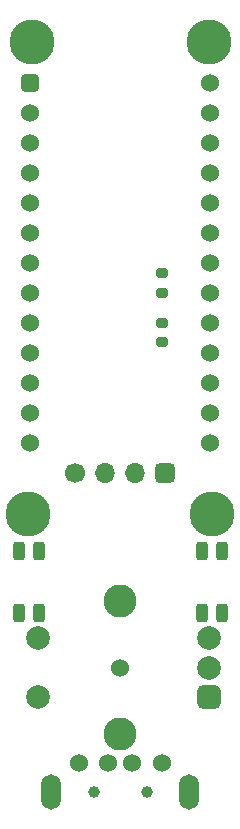
<source format=gbr>
%TF.GenerationSoftware,KiCad,Pcbnew,6.0.11-2627ca5db0~126~ubuntu22.04.1*%
%TF.CreationDate,2023-02-19T20:25:04+09:00*%
%TF.ProjectId,QuickPass,51756963-6b50-4617-9373-2e6b69636164,rev?*%
%TF.SameCoordinates,Original*%
%TF.FileFunction,Soldermask,Top*%
%TF.FilePolarity,Negative*%
%FSLAX46Y46*%
G04 Gerber Fmt 4.6, Leading zero omitted, Abs format (unit mm)*
G04 Created by KiCad (PCBNEW 6.0.11-2627ca5db0~126~ubuntu22.04.1) date 2023-02-19 20:25:04*
%MOMM*%
%LPD*%
G01*
G04 APERTURE LIST*
G04 Aperture macros list*
%AMRoundRect*
0 Rectangle with rounded corners*
0 $1 Rounding radius*
0 $2 $3 $4 $5 $6 $7 $8 $9 X,Y pos of 4 corners*
0 Add a 4 corners polygon primitive as box body*
4,1,4,$2,$3,$4,$5,$6,$7,$8,$9,$2,$3,0*
0 Add four circle primitives for the rounded corners*
1,1,$1+$1,$2,$3*
1,1,$1+$1,$4,$5*
1,1,$1+$1,$6,$7*
1,1,$1+$1,$8,$9*
0 Add four rect primitives between the rounded corners*
20,1,$1+$1,$2,$3,$4,$5,0*
20,1,$1+$1,$4,$5,$6,$7,0*
20,1,$1+$1,$6,$7,$8,$9,0*
20,1,$1+$1,$8,$9,$2,$3,0*%
G04 Aperture macros list end*
%ADD10C,1.700000*%
%ADD11O,1.700000X1.700000*%
%ADD12RoundRect,0.425000X0.425000X-0.425000X0.425000X0.425000X-0.425000X0.425000X-0.425000X-0.425000X0*%
%ADD13C,3.800000*%
%ADD14RoundRect,0.200000X-0.275000X0.200000X-0.275000X-0.200000X0.275000X-0.200000X0.275000X0.200000X0*%
%ADD15RoundRect,0.250000X-0.250000X-0.525000X0.250000X-0.525000X0.250000X0.525000X-0.250000X0.525000X0*%
%ADD16C,1.524000*%
%ADD17RoundRect,0.500000X0.500000X0.500000X-0.500000X0.500000X-0.500000X-0.500000X0.500000X-0.500000X0*%
%ADD18C,2.000000*%
%ADD19C,2.800000*%
%ADD20C,1.000000*%
%ADD21O,1.700000X3.000000*%
%ADD22RoundRect,0.200000X0.275000X-0.200000X0.275000X0.200000X-0.275000X0.200000X-0.275000X-0.200000X0*%
%ADD23RoundRect,0.381000X-0.381000X-0.381000X0.381000X-0.381000X0.381000X0.381000X-0.381000X0.381000X0*%
G04 APERTURE END LIST*
D10*
%TO.C,J2*%
X106190000Y-110000000D03*
D11*
X108730000Y-110000000D03*
X111270000Y-110000000D03*
D12*
X113810000Y-110000000D03*
%TD*%
D13*
%TO.C,H1*%
X117800000Y-113500000D03*
%TD*%
%TO.C,H4*%
X102500000Y-73500000D03*
%TD*%
D14*
%TO.C,R1*%
X113500000Y-93140000D03*
X113500000Y-94790000D03*
%TD*%
D15*
%TO.C,SW1*%
X118600000Y-116628000D03*
X118600000Y-121878000D03*
X116900000Y-116628000D03*
X116900000Y-121878000D03*
%TD*%
D16*
%TO.C,SW4*%
X110000000Y-126500000D03*
D17*
X117500000Y-129000000D03*
D18*
X117500000Y-124000000D03*
X117500000Y-126500000D03*
D19*
X110000000Y-132100000D03*
X110000000Y-120900000D03*
D18*
X103000000Y-129000000D03*
X103000000Y-124000000D03*
%TD*%
D13*
%TO.C,H2*%
X117500000Y-73500000D03*
%TD*%
D20*
%TO.C,J1*%
X107750000Y-137000000D03*
X112250000Y-137000000D03*
D16*
X113500000Y-134600000D03*
X111000000Y-134600000D03*
X109000000Y-134600000D03*
X106500000Y-134600000D03*
D21*
X104150000Y-137000000D03*
X115850000Y-137000000D03*
%TD*%
D22*
%TO.C,R2*%
X113500000Y-98980000D03*
X113500000Y-97330000D03*
%TD*%
D13*
%TO.C,H3*%
X102200000Y-113500000D03*
%TD*%
D15*
%TO.C,SW2*%
X103100000Y-116628000D03*
X103100000Y-121878000D03*
X101400000Y-116628000D03*
X101400000Y-121878000D03*
%TD*%
D23*
%TO.C,U1*%
X102380000Y-77010000D03*
D16*
X102380000Y-79550000D03*
X102380000Y-82090000D03*
X102380000Y-84630000D03*
X102380000Y-87170000D03*
X102380000Y-89710000D03*
X102380000Y-92250000D03*
X102380000Y-94790000D03*
X102380000Y-97330000D03*
X102380000Y-99870000D03*
X102380000Y-102410000D03*
X102380000Y-104950000D03*
X102380000Y-107490000D03*
X117620000Y-107490000D03*
X117620000Y-104950000D03*
X117620000Y-102410000D03*
X117620000Y-99870000D03*
X117620000Y-97330000D03*
X117620000Y-94790000D03*
X117620000Y-92250000D03*
X117620000Y-89710000D03*
X117620000Y-87170000D03*
X117620000Y-84630000D03*
X117620000Y-82090000D03*
X117620000Y-79550000D03*
X117620000Y-77010000D03*
%TD*%
M02*

</source>
